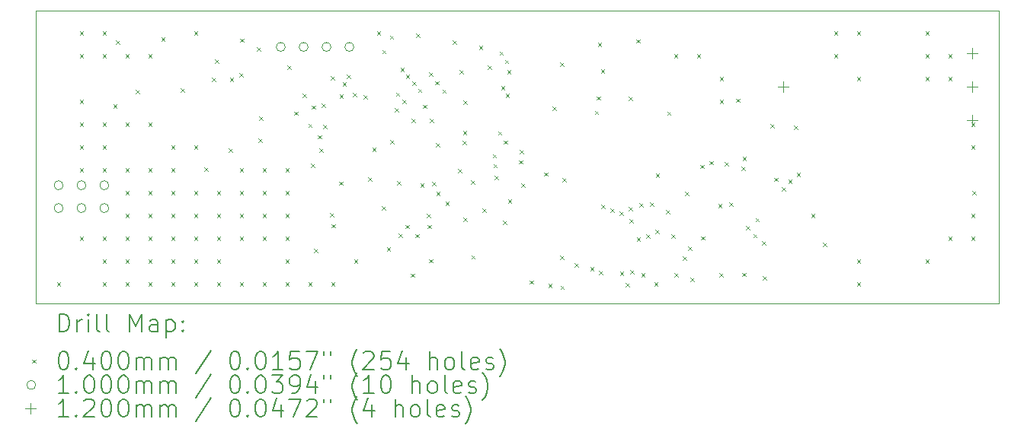
<source format=gbr>
%TF.GenerationSoftware,KiCad,Pcbnew,8.0.5*%
%TF.CreationDate,2025-03-27T16:57:49+00:00*%
%TF.ProjectId,UC_V4_4904-30028-06,55435f56-345f-4343-9930-342d33303032,rev?*%
%TF.SameCoordinates,Original*%
%TF.FileFunction,Drillmap*%
%TF.FilePolarity,Positive*%
%FSLAX45Y45*%
G04 Gerber Fmt 4.5, Leading zero omitted, Abs format (unit mm)*
G04 Created by KiCad (PCBNEW 8.0.5) date 2025-03-27 16:57:49*
%MOMM*%
%LPD*%
G01*
G04 APERTURE LIST*
%ADD10C,0.100000*%
%ADD11C,0.200000*%
%ADD12C,0.120000*%
G04 APERTURE END LIST*
D10*
X9861820Y-12074820D02*
X20561820Y-12074820D01*
X20561820Y-12074820D02*
X20561820Y-10564820D01*
X9861820Y-8814820D02*
X9861820Y-12074820D01*
X20561820Y-8814820D02*
X9861820Y-8814820D01*
X20561820Y-10564820D02*
X20561820Y-8814820D01*
D11*
D10*
X10090820Y-11837820D02*
X10130820Y-11877820D01*
X10130820Y-11837820D02*
X10090820Y-11877820D01*
X10344820Y-9043820D02*
X10384820Y-9083820D01*
X10384820Y-9043820D02*
X10344820Y-9083820D01*
X10344820Y-9297820D02*
X10384820Y-9337820D01*
X10384820Y-9297820D02*
X10344820Y-9337820D01*
X10344820Y-9805820D02*
X10384820Y-9845820D01*
X10384820Y-9805820D02*
X10344820Y-9845820D01*
X10344820Y-10059820D02*
X10384820Y-10099820D01*
X10384820Y-10059820D02*
X10344820Y-10099820D01*
X10344820Y-10313820D02*
X10384820Y-10353820D01*
X10384820Y-10313820D02*
X10344820Y-10353820D01*
X10344820Y-10567820D02*
X10384820Y-10607820D01*
X10384820Y-10567820D02*
X10344820Y-10607820D01*
X10344820Y-11329820D02*
X10384820Y-11369820D01*
X10384820Y-11329820D02*
X10344820Y-11369820D01*
X10598820Y-9043820D02*
X10638820Y-9083820D01*
X10638820Y-9043820D02*
X10598820Y-9083820D01*
X10598820Y-9297820D02*
X10638820Y-9337820D01*
X10638820Y-9297820D02*
X10598820Y-9337820D01*
X10598820Y-10059820D02*
X10638820Y-10099820D01*
X10638820Y-10059820D02*
X10598820Y-10099820D01*
X10598820Y-10313820D02*
X10638820Y-10353820D01*
X10638820Y-10313820D02*
X10598820Y-10353820D01*
X10598820Y-10567820D02*
X10638820Y-10607820D01*
X10638820Y-10567820D02*
X10598820Y-10607820D01*
X10598820Y-11329820D02*
X10638820Y-11369820D01*
X10638820Y-11329820D02*
X10598820Y-11369820D01*
X10598820Y-11583820D02*
X10638820Y-11623820D01*
X10638820Y-11583820D02*
X10598820Y-11623820D01*
X10598820Y-11837820D02*
X10638820Y-11877820D01*
X10638820Y-11837820D02*
X10598820Y-11877820D01*
X10719320Y-9859820D02*
X10759320Y-9899820D01*
X10759320Y-9859820D02*
X10719320Y-9899820D01*
X10749320Y-9147320D02*
X10789320Y-9187320D01*
X10789320Y-9147320D02*
X10749320Y-9187320D01*
X10852820Y-9297820D02*
X10892820Y-9337820D01*
X10892820Y-9297820D02*
X10852820Y-9337820D01*
X10852820Y-10059820D02*
X10892820Y-10099820D01*
X10892820Y-10059820D02*
X10852820Y-10099820D01*
X10852820Y-10567820D02*
X10892820Y-10607820D01*
X10892820Y-10567820D02*
X10852820Y-10607820D01*
X10852820Y-10821820D02*
X10892820Y-10861820D01*
X10892820Y-10821820D02*
X10852820Y-10861820D01*
X10852820Y-11075820D02*
X10892820Y-11115820D01*
X10892820Y-11075820D02*
X10852820Y-11115820D01*
X10852820Y-11329820D02*
X10892820Y-11369820D01*
X10892820Y-11329820D02*
X10852820Y-11369820D01*
X10852820Y-11583820D02*
X10892820Y-11623820D01*
X10892820Y-11583820D02*
X10852820Y-11623820D01*
X10852820Y-11837820D02*
X10892820Y-11877820D01*
X10892820Y-11837820D02*
X10852820Y-11877820D01*
X10969580Y-9698260D02*
X11009580Y-9738260D01*
X11009580Y-9698260D02*
X10969580Y-9738260D01*
X11106820Y-9297820D02*
X11146820Y-9337820D01*
X11146820Y-9297820D02*
X11106820Y-9337820D01*
X11106820Y-10059820D02*
X11146820Y-10099820D01*
X11146820Y-10059820D02*
X11106820Y-10099820D01*
X11106820Y-10567820D02*
X11146820Y-10607820D01*
X11146820Y-10567820D02*
X11106820Y-10607820D01*
X11106820Y-10821820D02*
X11146820Y-10861820D01*
X11146820Y-10821820D02*
X11106820Y-10861820D01*
X11106820Y-11075820D02*
X11146820Y-11115820D01*
X11146820Y-11075820D02*
X11106820Y-11115820D01*
X11106820Y-11329820D02*
X11146820Y-11369820D01*
X11146820Y-11329820D02*
X11106820Y-11369820D01*
X11106820Y-11583820D02*
X11146820Y-11623820D01*
X11146820Y-11583820D02*
X11106820Y-11623820D01*
X11106820Y-11837820D02*
X11146820Y-11877820D01*
X11146820Y-11837820D02*
X11106820Y-11877820D01*
X11251520Y-9114060D02*
X11291520Y-9154060D01*
X11291520Y-9114060D02*
X11251520Y-9154060D01*
X11360820Y-10313820D02*
X11400820Y-10353820D01*
X11400820Y-10313820D02*
X11360820Y-10353820D01*
X11360820Y-10567820D02*
X11400820Y-10607820D01*
X11400820Y-10567820D02*
X11360820Y-10607820D01*
X11360820Y-10821820D02*
X11400820Y-10861820D01*
X11400820Y-10821820D02*
X11360820Y-10861820D01*
X11360820Y-11075820D02*
X11400820Y-11115820D01*
X11400820Y-11075820D02*
X11360820Y-11115820D01*
X11360820Y-11329820D02*
X11400820Y-11369820D01*
X11400820Y-11329820D02*
X11360820Y-11369820D01*
X11360820Y-11583820D02*
X11400820Y-11623820D01*
X11400820Y-11583820D02*
X11360820Y-11623820D01*
X11360820Y-11837820D02*
X11400820Y-11877820D01*
X11400820Y-11837820D02*
X11360820Y-11877820D01*
X11469180Y-9683960D02*
X11509180Y-9723960D01*
X11509180Y-9683960D02*
X11469180Y-9723960D01*
X11614820Y-9043820D02*
X11654820Y-9083820D01*
X11654820Y-9043820D02*
X11614820Y-9083820D01*
X11614820Y-10313820D02*
X11654820Y-10353820D01*
X11654820Y-10313820D02*
X11614820Y-10353820D01*
X11614820Y-10821820D02*
X11654820Y-10861820D01*
X11654820Y-10821820D02*
X11614820Y-10861820D01*
X11614820Y-11075820D02*
X11654820Y-11115820D01*
X11654820Y-11075820D02*
X11614820Y-11115820D01*
X11614820Y-11329820D02*
X11654820Y-11369820D01*
X11654820Y-11329820D02*
X11614820Y-11369820D01*
X11614820Y-11583820D02*
X11654820Y-11623820D01*
X11654820Y-11583820D02*
X11614820Y-11623820D01*
X11614820Y-11837820D02*
X11654820Y-11877820D01*
X11654820Y-11837820D02*
X11614820Y-11877820D01*
X11731580Y-10561860D02*
X11771580Y-10601860D01*
X11771580Y-10561860D02*
X11731580Y-10601860D01*
X11812860Y-9563640D02*
X11852860Y-9603640D01*
X11852860Y-9563640D02*
X11812860Y-9603640D01*
X11849320Y-9359820D02*
X11889320Y-9399820D01*
X11889320Y-9359820D02*
X11849320Y-9399820D01*
X11868820Y-10821820D02*
X11908820Y-10861820D01*
X11908820Y-10821820D02*
X11868820Y-10861820D01*
X11868820Y-11075820D02*
X11908820Y-11115820D01*
X11908820Y-11075820D02*
X11868820Y-11115820D01*
X11868820Y-11329820D02*
X11908820Y-11369820D01*
X11908820Y-11329820D02*
X11868820Y-11369820D01*
X11868820Y-11583820D02*
X11908820Y-11623820D01*
X11908820Y-11583820D02*
X11868820Y-11623820D01*
X11868820Y-11837820D02*
X11908820Y-11877820D01*
X11908820Y-11837820D02*
X11868820Y-11877820D01*
X11998280Y-10348500D02*
X12038280Y-10388500D01*
X12038280Y-10348500D02*
X11998280Y-10388500D01*
X12014320Y-9560250D02*
X12054320Y-9600250D01*
X12054320Y-9560250D02*
X12014320Y-9600250D01*
X12116820Y-9509820D02*
X12156820Y-9549820D01*
X12156820Y-9509820D02*
X12116820Y-9549820D01*
X12122820Y-10567820D02*
X12162820Y-10607820D01*
X12162820Y-10567820D02*
X12122820Y-10607820D01*
X12122820Y-10821820D02*
X12162820Y-10861820D01*
X12162820Y-10821820D02*
X12122820Y-10861820D01*
X12122820Y-11075820D02*
X12162820Y-11115820D01*
X12162820Y-11075820D02*
X12122820Y-11115820D01*
X12122820Y-11329820D02*
X12162820Y-11369820D01*
X12162820Y-11329820D02*
X12122820Y-11369820D01*
X12122820Y-11837820D02*
X12162820Y-11877820D01*
X12162820Y-11837820D02*
X12122820Y-11877820D01*
X12127820Y-9126760D02*
X12167820Y-9166760D01*
X12167820Y-9126760D02*
X12127820Y-9166760D01*
X12311820Y-9224820D02*
X12351820Y-9264820D01*
X12351820Y-9224820D02*
X12311820Y-9264820D01*
X12329320Y-10239820D02*
X12369320Y-10279820D01*
X12369320Y-10239820D02*
X12329320Y-10279820D01*
X12336820Y-9992320D02*
X12376820Y-10032320D01*
X12376820Y-9992320D02*
X12336820Y-10032320D01*
X12376820Y-10567820D02*
X12416820Y-10607820D01*
X12416820Y-10567820D02*
X12376820Y-10607820D01*
X12376820Y-10821820D02*
X12416820Y-10861820D01*
X12416820Y-10821820D02*
X12376820Y-10861820D01*
X12376820Y-11075820D02*
X12416820Y-11115820D01*
X12416820Y-11075820D02*
X12376820Y-11115820D01*
X12376820Y-11329820D02*
X12416820Y-11369820D01*
X12416820Y-11329820D02*
X12376820Y-11369820D01*
X12376820Y-11837820D02*
X12416820Y-11877820D01*
X12416820Y-11837820D02*
X12376820Y-11877820D01*
X12630820Y-10567820D02*
X12670820Y-10607820D01*
X12670820Y-10567820D02*
X12630820Y-10607820D01*
X12630820Y-10821820D02*
X12670820Y-10861820D01*
X12670820Y-10821820D02*
X12630820Y-10861820D01*
X12630820Y-11075820D02*
X12670820Y-11115820D01*
X12670820Y-11075820D02*
X12630820Y-11115820D01*
X12630820Y-11329820D02*
X12670820Y-11369820D01*
X12670820Y-11329820D02*
X12630820Y-11369820D01*
X12630820Y-11583820D02*
X12670820Y-11623820D01*
X12670820Y-11583820D02*
X12630820Y-11623820D01*
X12630820Y-11837820D02*
X12670820Y-11877820D01*
X12670820Y-11837820D02*
X12630820Y-11877820D01*
X12652820Y-9427420D02*
X12692820Y-9467420D01*
X12692820Y-9427420D02*
X12652820Y-9467420D01*
X12729020Y-9940500D02*
X12769020Y-9980500D01*
X12769020Y-9940500D02*
X12729020Y-9980500D01*
X12824320Y-9742320D02*
X12864320Y-9782320D01*
X12864320Y-9742320D02*
X12824320Y-9782320D01*
X12884820Y-11837820D02*
X12924820Y-11877820D01*
X12924820Y-11837820D02*
X12884820Y-11877820D01*
X12886500Y-10075120D02*
X12926500Y-10115120D01*
X12926500Y-10075120D02*
X12886500Y-10115120D01*
X12915220Y-10521220D02*
X12955220Y-10561220D01*
X12955220Y-10521220D02*
X12915220Y-10561220D01*
X12925801Y-9871301D02*
X12965801Y-9911301D01*
X12965801Y-9871301D02*
X12925801Y-9911301D01*
X12947820Y-11468820D02*
X12987820Y-11508820D01*
X12987820Y-11468820D02*
X12947820Y-11508820D01*
X12993960Y-10201180D02*
X13033960Y-10241180D01*
X13033960Y-10201180D02*
X12993960Y-10241180D01*
X13010960Y-10349440D02*
X13050960Y-10389440D01*
X13050960Y-10349440D02*
X13010960Y-10389440D01*
X13033820Y-9851600D02*
X13073820Y-9891600D01*
X13073820Y-9851600D02*
X13033820Y-9891600D01*
X13051600Y-10085280D02*
X13091600Y-10125280D01*
X13091600Y-10085280D02*
X13051600Y-10125280D01*
X13124420Y-11068820D02*
X13164420Y-11108820D01*
X13164420Y-11068820D02*
X13124420Y-11108820D01*
X13132880Y-9544260D02*
X13172880Y-9584260D01*
X13172880Y-9544260D02*
X13132880Y-9584260D01*
X13138820Y-11837820D02*
X13178820Y-11877820D01*
X13178820Y-11837820D02*
X13138820Y-11877820D01*
X13143820Y-11191780D02*
X13183820Y-11231780D01*
X13183820Y-11191780D02*
X13143820Y-11231780D01*
X13225820Y-10717820D02*
X13265820Y-10757820D01*
X13265820Y-10717820D02*
X13225820Y-10757820D01*
X13232839Y-9750226D02*
X13272839Y-9790226D01*
X13272839Y-9750226D02*
X13232839Y-9790226D01*
X13267500Y-9615380D02*
X13307500Y-9655380D01*
X13307500Y-9615380D02*
X13267500Y-9655380D01*
X13310680Y-9531560D02*
X13350680Y-9571560D01*
X13350680Y-9531560D02*
X13310680Y-9571560D01*
X13381800Y-9734760D02*
X13421800Y-9774760D01*
X13421800Y-9734760D02*
X13381800Y-9774760D01*
X13392820Y-11583820D02*
X13432820Y-11623820D01*
X13432820Y-11583820D02*
X13392820Y-11623820D01*
X13499420Y-9756680D02*
X13539420Y-9796680D01*
X13539420Y-9756680D02*
X13499420Y-9796680D01*
X13547680Y-10671080D02*
X13587680Y-10711080D01*
X13587680Y-10671080D02*
X13547680Y-10711080D01*
X13597700Y-10344360D02*
X13637700Y-10384360D01*
X13637700Y-10344360D02*
X13597700Y-10384360D01*
X13646820Y-9043820D02*
X13686820Y-9083820D01*
X13686820Y-9043820D02*
X13646820Y-9083820D01*
X13705820Y-10990820D02*
X13745820Y-11030820D01*
X13745820Y-10990820D02*
X13705820Y-11030820D01*
X13706920Y-9254700D02*
X13746920Y-9294700D01*
X13746920Y-9254700D02*
X13706920Y-9294700D01*
X13758500Y-11450860D02*
X13798500Y-11490860D01*
X13798500Y-11450860D02*
X13758500Y-11490860D01*
X13790740Y-9092140D02*
X13830740Y-9132140D01*
X13830740Y-9092140D02*
X13790740Y-9132140D01*
X13796600Y-10257060D02*
X13836600Y-10297060D01*
X13836600Y-10257060D02*
X13796600Y-10297060D01*
X13844860Y-9904000D02*
X13884860Y-9944000D01*
X13884860Y-9904000D02*
X13844860Y-9944000D01*
X13859614Y-9726846D02*
X13899614Y-9766846D01*
X13899614Y-9726846D02*
X13859614Y-9766846D01*
X13869320Y-10714820D02*
X13909320Y-10754820D01*
X13909320Y-10714820D02*
X13869320Y-10754820D01*
X13887820Y-11296820D02*
X13927820Y-11336820D01*
X13927820Y-11296820D02*
X13887820Y-11336820D01*
X13910120Y-9450280D02*
X13950120Y-9490280D01*
X13950120Y-9450280D02*
X13910120Y-9490280D01*
X13930123Y-9808333D02*
X13970123Y-9848333D01*
X13970123Y-9808333D02*
X13930123Y-9848333D01*
X13963820Y-11200820D02*
X14003820Y-11240820D01*
X14003820Y-11200820D02*
X13963820Y-11240820D01*
X13968540Y-9529020D02*
X14008540Y-9569020D01*
X14008540Y-9529020D02*
X13968540Y-9569020D01*
X14022820Y-11742820D02*
X14062820Y-11782820D01*
X14062820Y-11742820D02*
X14022820Y-11782820D01*
X14032040Y-10021780D02*
X14072040Y-10061780D01*
X14072040Y-10021780D02*
X14032040Y-10061780D01*
X14040440Y-9604280D02*
X14080440Y-9644280D01*
X14080440Y-9604280D02*
X14040440Y-9644280D01*
X14077820Y-11301820D02*
X14117820Y-11341820D01*
X14117820Y-11301820D02*
X14077820Y-11341820D01*
X14081820Y-9069820D02*
X14121820Y-9109820D01*
X14121820Y-9069820D02*
X14081820Y-9109820D01*
X14103940Y-9685560D02*
X14143940Y-9725560D01*
X14143940Y-9685560D02*
X14103940Y-9725560D01*
X14129340Y-10739660D02*
X14169340Y-10779660D01*
X14169340Y-10739660D02*
X14129340Y-10779660D01*
X14159040Y-9864300D02*
X14199040Y-9904300D01*
X14199040Y-9864300D02*
X14159040Y-9904300D01*
X14199820Y-11076820D02*
X14239820Y-11116820D01*
X14239820Y-11076820D02*
X14199820Y-11116820D01*
X14213160Y-11201940D02*
X14253160Y-11241940D01*
X14253160Y-11201940D02*
X14213160Y-11241940D01*
X14227620Y-9501080D02*
X14267620Y-9541080D01*
X14267620Y-9501080D02*
X14227620Y-9541080D01*
X14230820Y-11582820D02*
X14270820Y-11622820D01*
X14270820Y-11582820D02*
X14230820Y-11622820D01*
X14237780Y-10019240D02*
X14277780Y-10059240D01*
X14277780Y-10019240D02*
X14237780Y-10059240D01*
X14261420Y-10724420D02*
X14301420Y-10764420D01*
X14301420Y-10724420D02*
X14261420Y-10764420D01*
X14296200Y-9600140D02*
X14336200Y-9640140D01*
X14336200Y-9600140D02*
X14296200Y-9640140D01*
X14301280Y-10293560D02*
X14341280Y-10333560D01*
X14341280Y-10293560D02*
X14301280Y-10333560D01*
X14307140Y-10833640D02*
X14347140Y-10873640D01*
X14347140Y-10833640D02*
X14307140Y-10873640D01*
X14374940Y-9694120D02*
X14414940Y-9734120D01*
X14414940Y-9694120D02*
X14374940Y-9734120D01*
X14408820Y-10943820D02*
X14448820Y-10983820D01*
X14448820Y-10943820D02*
X14408820Y-10983820D01*
X14492560Y-9147080D02*
X14532560Y-9187080D01*
X14532560Y-9147080D02*
X14492560Y-9187080D01*
X14550980Y-10581600D02*
X14590980Y-10621600D01*
X14590980Y-10581600D02*
X14550980Y-10621600D01*
X14565440Y-9475680D02*
X14605440Y-9515680D01*
X14605440Y-9475680D02*
X14565440Y-9515680D01*
X14598460Y-10265620D02*
X14638460Y-10305620D01*
X14638460Y-10265620D02*
X14598460Y-10305620D01*
X14603540Y-10153860D02*
X14643540Y-10193860D01*
X14643540Y-10153860D02*
X14603540Y-10193860D01*
X14606820Y-11118820D02*
X14646820Y-11158820D01*
X14646820Y-11118820D02*
X14606820Y-11158820D01*
X14608620Y-9818580D02*
X14648620Y-9858580D01*
X14648620Y-9818580D02*
X14608620Y-9858580D01*
X14692820Y-10704820D02*
X14732820Y-10744820D01*
X14732820Y-10704820D02*
X14692820Y-10744820D01*
X14698300Y-11539760D02*
X14738300Y-11579760D01*
X14738300Y-11539760D02*
X14698300Y-11579760D01*
X14781340Y-9208980D02*
X14821340Y-9248980D01*
X14821340Y-9208980D02*
X14781340Y-9248980D01*
X14817820Y-11018820D02*
X14857820Y-11058820D01*
X14857820Y-11018820D02*
X14817820Y-11058820D01*
X14877860Y-9429960D02*
X14917860Y-9469960D01*
X14917860Y-9429960D02*
X14877860Y-9469960D01*
X14935820Y-10413820D02*
X14975820Y-10453820D01*
X14975820Y-10413820D02*
X14935820Y-10453820D01*
X14942140Y-10523760D02*
X14982140Y-10563760D01*
X14982140Y-10523760D02*
X14942140Y-10563760D01*
X14953820Y-10652820D02*
X14993820Y-10692820D01*
X14993820Y-10652820D02*
X14953820Y-10692820D01*
X14994700Y-10158940D02*
X15034700Y-10198940D01*
X15034700Y-10158940D02*
X14994700Y-10198940D01*
X15011820Y-9269820D02*
X15051820Y-9309820D01*
X15051820Y-9269820D02*
X15011820Y-9309820D01*
X15027720Y-9653480D02*
X15067720Y-9693480D01*
X15067720Y-9653480D02*
X15027720Y-9693480D01*
X15048820Y-11153680D02*
X15088820Y-11193680D01*
X15088820Y-11153680D02*
X15048820Y-11193680D01*
X15055660Y-10260540D02*
X15095660Y-10300540D01*
X15095660Y-10260540D02*
X15055660Y-10300540D01*
X15069140Y-9362980D02*
X15109140Y-9402980D01*
X15109140Y-9362980D02*
X15069140Y-9402980D01*
X15079300Y-9741440D02*
X15119300Y-9781440D01*
X15119300Y-9741440D02*
X15079300Y-9781440D01*
X15094540Y-9477280D02*
X15134540Y-9517280D01*
X15134540Y-9477280D02*
X15094540Y-9517280D01*
X15104700Y-10914920D02*
X15144700Y-10954920D01*
X15144700Y-10914920D02*
X15104700Y-10954920D01*
X15229820Y-10481820D02*
X15269820Y-10521820D01*
X15269820Y-10481820D02*
X15229820Y-10521820D01*
X15236820Y-10369820D02*
X15276820Y-10409820D01*
X15276820Y-10369820D02*
X15236820Y-10409820D01*
X15252820Y-10740820D02*
X15292820Y-10780820D01*
X15292820Y-10740820D02*
X15252820Y-10780820D01*
X15346820Y-11818270D02*
X15386820Y-11858270D01*
X15386820Y-11818270D02*
X15346820Y-11858270D01*
X15507820Y-10615820D02*
X15547820Y-10655820D01*
X15547820Y-10615820D02*
X15507820Y-10655820D01*
X15552820Y-11859820D02*
X15592820Y-11899820D01*
X15592820Y-11859820D02*
X15552820Y-11899820D01*
X15596680Y-9887160D02*
X15636680Y-9927160D01*
X15636680Y-9887160D02*
X15596680Y-9927160D01*
X15683040Y-9391860D02*
X15723040Y-9431860D01*
X15723040Y-9391860D02*
X15683040Y-9431860D01*
X15686820Y-11546820D02*
X15726820Y-11586820D01*
X15726820Y-11546820D02*
X15686820Y-11586820D01*
X15688820Y-11877820D02*
X15728820Y-11917820D01*
X15728820Y-11877820D02*
X15688820Y-11917820D01*
X15706680Y-10681240D02*
X15746680Y-10721240D01*
X15746680Y-10681240D02*
X15706680Y-10721240D01*
X15843840Y-11628660D02*
X15883840Y-11668660D01*
X15883840Y-11628660D02*
X15843840Y-11668660D01*
X16018820Y-11673820D02*
X16058820Y-11713820D01*
X16058820Y-11673820D02*
X16018820Y-11713820D01*
X16069900Y-9931940D02*
X16109900Y-9971940D01*
X16109900Y-9931940D02*
X16069900Y-9971940D01*
X16091980Y-9770320D02*
X16131980Y-9810320D01*
X16131980Y-9770320D02*
X16091980Y-9810320D01*
X16102920Y-9175020D02*
X16142920Y-9215020D01*
X16142920Y-9175020D02*
X16102920Y-9215020D01*
X16118820Y-11711820D02*
X16158820Y-11751820D01*
X16158820Y-11711820D02*
X16118820Y-11751820D01*
X16136820Y-9469820D02*
X16176820Y-9509820D01*
X16176820Y-9469820D02*
X16136820Y-9509820D01*
X16143820Y-10976820D02*
X16183820Y-11016820D01*
X16183820Y-10976820D02*
X16143820Y-11016820D01*
X16240820Y-11016820D02*
X16280820Y-11056820D01*
X16280820Y-11016820D02*
X16240820Y-11056820D01*
X16346820Y-11051820D02*
X16386820Y-11091820D01*
X16386820Y-11051820D02*
X16346820Y-11091820D01*
X16348820Y-11721820D02*
X16388820Y-11761820D01*
X16388820Y-11721820D02*
X16348820Y-11761820D01*
X16410260Y-11847100D02*
X16450260Y-11887100D01*
X16450260Y-11847100D02*
X16410260Y-11887100D01*
X16448360Y-11001280D02*
X16488360Y-11041280D01*
X16488360Y-11001280D02*
X16448360Y-11041280D01*
X16448620Y-9775850D02*
X16488620Y-9815850D01*
X16488620Y-9775850D02*
X16448620Y-9815850D01*
X16455980Y-11138440D02*
X16495980Y-11178440D01*
X16495980Y-11138440D02*
X16455980Y-11178440D01*
X16464820Y-11702820D02*
X16504820Y-11742820D01*
X16504820Y-11702820D02*
X16464820Y-11742820D01*
X16531820Y-9134820D02*
X16571820Y-9174820D01*
X16571820Y-9134820D02*
X16531820Y-9174820D01*
X16535820Y-11341820D02*
X16575820Y-11381820D01*
X16575820Y-11341820D02*
X16535820Y-11381820D01*
X16564820Y-10958820D02*
X16604820Y-10998820D01*
X16604820Y-10958820D02*
X16564820Y-10998820D01*
X16585520Y-11737880D02*
X16625520Y-11777880D01*
X16625520Y-11737880D02*
X16585520Y-11777880D01*
X16637820Y-11307820D02*
X16677820Y-11347820D01*
X16677820Y-11307820D02*
X16637820Y-11347820D01*
X16682820Y-10952820D02*
X16722820Y-10992820D01*
X16722820Y-10952820D02*
X16682820Y-10992820D01*
X16730300Y-11839480D02*
X16770300Y-11879480D01*
X16770300Y-11839480D02*
X16730300Y-11879480D01*
X16739820Y-11258820D02*
X16779820Y-11298820D01*
X16779820Y-11258820D02*
X16739820Y-11298820D01*
X16745540Y-10627900D02*
X16785540Y-10667900D01*
X16785540Y-10627900D02*
X16745540Y-10667900D01*
X16862380Y-11036840D02*
X16902380Y-11076840D01*
X16902380Y-11036840D02*
X16862380Y-11076840D01*
X16872540Y-9939560D02*
X16912540Y-9979560D01*
X16912540Y-9939560D02*
X16872540Y-9979560D01*
X16918260Y-11308620D02*
X16958260Y-11348620D01*
X16958260Y-11308620D02*
X16918260Y-11348620D01*
X16948820Y-9297820D02*
X16988820Y-9337820D01*
X16988820Y-9297820D02*
X16948820Y-9337820D01*
X16953820Y-11740420D02*
X16993820Y-11780420D01*
X16993820Y-11740420D02*
X16953820Y-11780420D01*
X17045260Y-11549920D02*
X17085260Y-11589920D01*
X17085260Y-11549920D02*
X17045260Y-11589920D01*
X17073820Y-10833820D02*
X17113820Y-10873820D01*
X17113820Y-10833820D02*
X17073820Y-10873820D01*
X17108760Y-11440700D02*
X17148760Y-11480700D01*
X17148760Y-11440700D02*
X17108760Y-11480700D01*
X17129080Y-11788680D02*
X17169080Y-11828680D01*
X17169080Y-11788680D02*
X17129080Y-11828680D01*
X17202820Y-9297820D02*
X17242820Y-9337820D01*
X17242820Y-9297820D02*
X17202820Y-9337820D01*
X17240820Y-10531820D02*
X17280820Y-10571820D01*
X17280820Y-10531820D02*
X17240820Y-10571820D01*
X17247820Y-11327820D02*
X17287820Y-11367820D01*
X17287820Y-11327820D02*
X17247820Y-11367820D01*
X17345820Y-10490820D02*
X17385820Y-10530820D01*
X17385820Y-10490820D02*
X17345820Y-10530820D01*
X17440820Y-10970820D02*
X17480820Y-11010820D01*
X17480820Y-10970820D02*
X17440820Y-11010820D01*
X17454200Y-11737880D02*
X17494200Y-11777880D01*
X17494200Y-11737880D02*
X17454200Y-11777880D01*
X17456820Y-9551820D02*
X17496820Y-9591820D01*
X17496820Y-9551820D02*
X17456820Y-9591820D01*
X17456820Y-9805820D02*
X17496820Y-9845820D01*
X17496820Y-9805820D02*
X17456820Y-9845820D01*
X17512820Y-10500820D02*
X17552820Y-10540820D01*
X17552820Y-10500820D02*
X17512820Y-10540820D01*
X17560820Y-10950820D02*
X17600820Y-10990820D01*
X17600820Y-10950820D02*
X17560820Y-10990820D01*
X17641820Y-9794820D02*
X17681820Y-9834820D01*
X17681820Y-9794820D02*
X17641820Y-9834820D01*
X17697820Y-10552820D02*
X17737820Y-10592820D01*
X17737820Y-10552820D02*
X17697820Y-10592820D01*
X17708200Y-11735340D02*
X17748200Y-11775340D01*
X17748200Y-11735340D02*
X17708200Y-11775340D01*
X17710820Y-10441820D02*
X17750820Y-10481820D01*
X17750820Y-10441820D02*
X17710820Y-10481820D01*
X17749820Y-11214820D02*
X17789820Y-11254820D01*
X17789820Y-11214820D02*
X17749820Y-11254820D01*
X17830820Y-11302820D02*
X17870820Y-11342820D01*
X17870820Y-11302820D02*
X17830820Y-11342820D01*
X17856820Y-11123820D02*
X17896820Y-11163820D01*
X17896820Y-11123820D02*
X17856820Y-11163820D01*
X17929820Y-11381820D02*
X17969820Y-11421820D01*
X17969820Y-11381820D02*
X17929820Y-11421820D01*
X17934260Y-11770900D02*
X17974260Y-11810900D01*
X17974260Y-11770900D02*
X17934260Y-11810900D01*
X18019820Y-10076820D02*
X18059820Y-10116820D01*
X18059820Y-10076820D02*
X18019820Y-10116820D01*
X18063820Y-10676820D02*
X18103820Y-10716820D01*
X18103820Y-10676820D02*
X18063820Y-10716820D01*
X18147820Y-10782820D02*
X18187820Y-10822820D01*
X18187820Y-10782820D02*
X18147820Y-10822820D01*
X18218820Y-10696820D02*
X18258820Y-10736820D01*
X18258820Y-10696820D02*
X18218820Y-10736820D01*
X18280820Y-10098820D02*
X18320820Y-10138820D01*
X18320820Y-10098820D02*
X18280820Y-10138820D01*
X18311820Y-10622820D02*
X18351820Y-10662820D01*
X18351820Y-10622820D02*
X18311820Y-10662820D01*
X18472820Y-11075820D02*
X18512820Y-11115820D01*
X18512820Y-11075820D02*
X18472820Y-11115820D01*
X18604820Y-11397520D02*
X18644820Y-11437520D01*
X18644820Y-11397520D02*
X18604820Y-11437520D01*
X18726820Y-9043820D02*
X18766820Y-9083820D01*
X18766820Y-9043820D02*
X18726820Y-9083820D01*
X18726820Y-9297820D02*
X18766820Y-9337820D01*
X18766820Y-9297820D02*
X18726820Y-9337820D01*
X18980820Y-9043820D02*
X19020820Y-9083820D01*
X19020820Y-9043820D02*
X18980820Y-9083820D01*
X18980820Y-9551820D02*
X19020820Y-9591820D01*
X19020820Y-9551820D02*
X18980820Y-9591820D01*
X18980820Y-11583820D02*
X19020820Y-11623820D01*
X19020820Y-11583820D02*
X18980820Y-11623820D01*
X18980820Y-11837820D02*
X19020820Y-11877820D01*
X19020820Y-11837820D02*
X18980820Y-11877820D01*
X19742820Y-9043820D02*
X19782820Y-9083820D01*
X19782820Y-9043820D02*
X19742820Y-9083820D01*
X19742820Y-9297820D02*
X19782820Y-9337820D01*
X19782820Y-9297820D02*
X19742820Y-9337820D01*
X19742820Y-9551820D02*
X19782820Y-9591820D01*
X19782820Y-9551820D02*
X19742820Y-9591820D01*
X19742820Y-11583820D02*
X19782820Y-11623820D01*
X19782820Y-11583820D02*
X19742820Y-11623820D01*
X19996820Y-9297820D02*
X20036820Y-9337820D01*
X20036820Y-9297820D02*
X19996820Y-9337820D01*
X19996820Y-9551820D02*
X20036820Y-9591820D01*
X20036820Y-9551820D02*
X19996820Y-9591820D01*
X19996820Y-11329820D02*
X20036820Y-11369820D01*
X20036820Y-11329820D02*
X19996820Y-11369820D01*
X20250820Y-10059820D02*
X20290820Y-10099820D01*
X20290820Y-10059820D02*
X20250820Y-10099820D01*
X20250820Y-10313820D02*
X20290820Y-10353820D01*
X20290820Y-10313820D02*
X20250820Y-10353820D01*
X20250820Y-11075820D02*
X20290820Y-11115820D01*
X20290820Y-11075820D02*
X20250820Y-11115820D01*
X20250820Y-11329820D02*
X20290820Y-11369820D01*
X20290820Y-11329820D02*
X20250820Y-11369820D01*
X20261820Y-10824820D02*
X20301820Y-10864820D01*
X20301820Y-10824820D02*
X20261820Y-10864820D01*
X10160820Y-10760820D02*
G75*
G02*
X10060820Y-10760820I-50000J0D01*
G01*
X10060820Y-10760820D02*
G75*
G02*
X10160820Y-10760820I50000J0D01*
G01*
X10160820Y-11014820D02*
G75*
G02*
X10060820Y-11014820I-50000J0D01*
G01*
X10060820Y-11014820D02*
G75*
G02*
X10160820Y-11014820I50000J0D01*
G01*
X10414820Y-10760820D02*
G75*
G02*
X10314820Y-10760820I-50000J0D01*
G01*
X10314820Y-10760820D02*
G75*
G02*
X10414820Y-10760820I50000J0D01*
G01*
X10414820Y-11014820D02*
G75*
G02*
X10314820Y-11014820I-50000J0D01*
G01*
X10314820Y-11014820D02*
G75*
G02*
X10414820Y-11014820I50000J0D01*
G01*
X10668820Y-10760820D02*
G75*
G02*
X10568820Y-10760820I-50000J0D01*
G01*
X10568820Y-10760820D02*
G75*
G02*
X10668820Y-10760820I50000J0D01*
G01*
X10668820Y-11014820D02*
G75*
G02*
X10568820Y-11014820I-50000J0D01*
G01*
X10568820Y-11014820D02*
G75*
G02*
X10668820Y-11014820I50000J0D01*
G01*
X12629820Y-9219820D02*
G75*
G02*
X12529820Y-9219820I-50000J0D01*
G01*
X12529820Y-9219820D02*
G75*
G02*
X12629820Y-9219820I50000J0D01*
G01*
X12883820Y-9219820D02*
G75*
G02*
X12783820Y-9219820I-50000J0D01*
G01*
X12783820Y-9219820D02*
G75*
G02*
X12883820Y-9219820I50000J0D01*
G01*
X13137820Y-9219820D02*
G75*
G02*
X13037820Y-9219820I-50000J0D01*
G01*
X13037820Y-9219820D02*
G75*
G02*
X13137820Y-9219820I50000J0D01*
G01*
X13391820Y-9219820D02*
G75*
G02*
X13291820Y-9219820I-50000J0D01*
G01*
X13291820Y-9219820D02*
G75*
G02*
X13391820Y-9219820I50000J0D01*
G01*
D12*
X18161820Y-9604820D02*
X18161820Y-9724820D01*
X18101820Y-9664820D02*
X18221820Y-9664820D01*
X20261820Y-9229820D02*
X20261820Y-9349820D01*
X20201820Y-9289820D02*
X20321820Y-9289820D01*
X20261820Y-9604820D02*
X20261820Y-9724820D01*
X20201820Y-9664820D02*
X20321820Y-9664820D01*
X20261820Y-9979820D02*
X20261820Y-10099820D01*
X20201820Y-10039820D02*
X20321820Y-10039820D01*
D11*
X10117597Y-12391304D02*
X10117597Y-12191304D01*
X10117597Y-12191304D02*
X10165216Y-12191304D01*
X10165216Y-12191304D02*
X10193787Y-12200828D01*
X10193787Y-12200828D02*
X10212835Y-12219875D01*
X10212835Y-12219875D02*
X10222359Y-12238923D01*
X10222359Y-12238923D02*
X10231883Y-12277018D01*
X10231883Y-12277018D02*
X10231883Y-12305589D01*
X10231883Y-12305589D02*
X10222359Y-12343685D01*
X10222359Y-12343685D02*
X10212835Y-12362732D01*
X10212835Y-12362732D02*
X10193787Y-12381780D01*
X10193787Y-12381780D02*
X10165216Y-12391304D01*
X10165216Y-12391304D02*
X10117597Y-12391304D01*
X10317597Y-12391304D02*
X10317597Y-12257970D01*
X10317597Y-12296066D02*
X10327121Y-12277018D01*
X10327121Y-12277018D02*
X10336644Y-12267494D01*
X10336644Y-12267494D02*
X10355692Y-12257970D01*
X10355692Y-12257970D02*
X10374740Y-12257970D01*
X10441406Y-12391304D02*
X10441406Y-12257970D01*
X10441406Y-12191304D02*
X10431883Y-12200828D01*
X10431883Y-12200828D02*
X10441406Y-12210351D01*
X10441406Y-12210351D02*
X10450930Y-12200828D01*
X10450930Y-12200828D02*
X10441406Y-12191304D01*
X10441406Y-12191304D02*
X10441406Y-12210351D01*
X10565216Y-12391304D02*
X10546168Y-12381780D01*
X10546168Y-12381780D02*
X10536644Y-12362732D01*
X10536644Y-12362732D02*
X10536644Y-12191304D01*
X10669978Y-12391304D02*
X10650930Y-12381780D01*
X10650930Y-12381780D02*
X10641406Y-12362732D01*
X10641406Y-12362732D02*
X10641406Y-12191304D01*
X10898549Y-12391304D02*
X10898549Y-12191304D01*
X10898549Y-12191304D02*
X10965216Y-12334161D01*
X10965216Y-12334161D02*
X11031883Y-12191304D01*
X11031883Y-12191304D02*
X11031883Y-12391304D01*
X11212835Y-12391304D02*
X11212835Y-12286542D01*
X11212835Y-12286542D02*
X11203311Y-12267494D01*
X11203311Y-12267494D02*
X11184264Y-12257970D01*
X11184264Y-12257970D02*
X11146168Y-12257970D01*
X11146168Y-12257970D02*
X11127121Y-12267494D01*
X11212835Y-12381780D02*
X11193787Y-12391304D01*
X11193787Y-12391304D02*
X11146168Y-12391304D01*
X11146168Y-12391304D02*
X11127121Y-12381780D01*
X11127121Y-12381780D02*
X11117597Y-12362732D01*
X11117597Y-12362732D02*
X11117597Y-12343685D01*
X11117597Y-12343685D02*
X11127121Y-12324637D01*
X11127121Y-12324637D02*
X11146168Y-12315113D01*
X11146168Y-12315113D02*
X11193787Y-12315113D01*
X11193787Y-12315113D02*
X11212835Y-12305589D01*
X11308073Y-12257970D02*
X11308073Y-12457970D01*
X11308073Y-12267494D02*
X11327121Y-12257970D01*
X11327121Y-12257970D02*
X11365216Y-12257970D01*
X11365216Y-12257970D02*
X11384263Y-12267494D01*
X11384263Y-12267494D02*
X11393787Y-12277018D01*
X11393787Y-12277018D02*
X11403311Y-12296066D01*
X11403311Y-12296066D02*
X11403311Y-12353208D01*
X11403311Y-12353208D02*
X11393787Y-12372256D01*
X11393787Y-12372256D02*
X11384263Y-12381780D01*
X11384263Y-12381780D02*
X11365216Y-12391304D01*
X11365216Y-12391304D02*
X11327121Y-12391304D01*
X11327121Y-12391304D02*
X11308073Y-12381780D01*
X11489025Y-12372256D02*
X11498549Y-12381780D01*
X11498549Y-12381780D02*
X11489025Y-12391304D01*
X11489025Y-12391304D02*
X11479502Y-12381780D01*
X11479502Y-12381780D02*
X11489025Y-12372256D01*
X11489025Y-12372256D02*
X11489025Y-12391304D01*
X11489025Y-12267494D02*
X11498549Y-12277018D01*
X11498549Y-12277018D02*
X11489025Y-12286542D01*
X11489025Y-12286542D02*
X11479502Y-12277018D01*
X11479502Y-12277018D02*
X11489025Y-12267494D01*
X11489025Y-12267494D02*
X11489025Y-12286542D01*
D10*
X9816820Y-12699820D02*
X9856820Y-12739820D01*
X9856820Y-12699820D02*
X9816820Y-12739820D01*
D11*
X10155692Y-12611304D02*
X10174740Y-12611304D01*
X10174740Y-12611304D02*
X10193787Y-12620828D01*
X10193787Y-12620828D02*
X10203311Y-12630351D01*
X10203311Y-12630351D02*
X10212835Y-12649399D01*
X10212835Y-12649399D02*
X10222359Y-12687494D01*
X10222359Y-12687494D02*
X10222359Y-12735113D01*
X10222359Y-12735113D02*
X10212835Y-12773208D01*
X10212835Y-12773208D02*
X10203311Y-12792256D01*
X10203311Y-12792256D02*
X10193787Y-12801780D01*
X10193787Y-12801780D02*
X10174740Y-12811304D01*
X10174740Y-12811304D02*
X10155692Y-12811304D01*
X10155692Y-12811304D02*
X10136644Y-12801780D01*
X10136644Y-12801780D02*
X10127121Y-12792256D01*
X10127121Y-12792256D02*
X10117597Y-12773208D01*
X10117597Y-12773208D02*
X10108073Y-12735113D01*
X10108073Y-12735113D02*
X10108073Y-12687494D01*
X10108073Y-12687494D02*
X10117597Y-12649399D01*
X10117597Y-12649399D02*
X10127121Y-12630351D01*
X10127121Y-12630351D02*
X10136644Y-12620828D01*
X10136644Y-12620828D02*
X10155692Y-12611304D01*
X10308073Y-12792256D02*
X10317597Y-12801780D01*
X10317597Y-12801780D02*
X10308073Y-12811304D01*
X10308073Y-12811304D02*
X10298549Y-12801780D01*
X10298549Y-12801780D02*
X10308073Y-12792256D01*
X10308073Y-12792256D02*
X10308073Y-12811304D01*
X10489025Y-12677970D02*
X10489025Y-12811304D01*
X10441406Y-12601780D02*
X10393787Y-12744637D01*
X10393787Y-12744637D02*
X10517597Y-12744637D01*
X10631883Y-12611304D02*
X10650930Y-12611304D01*
X10650930Y-12611304D02*
X10669978Y-12620828D01*
X10669978Y-12620828D02*
X10679502Y-12630351D01*
X10679502Y-12630351D02*
X10689025Y-12649399D01*
X10689025Y-12649399D02*
X10698549Y-12687494D01*
X10698549Y-12687494D02*
X10698549Y-12735113D01*
X10698549Y-12735113D02*
X10689025Y-12773208D01*
X10689025Y-12773208D02*
X10679502Y-12792256D01*
X10679502Y-12792256D02*
X10669978Y-12801780D01*
X10669978Y-12801780D02*
X10650930Y-12811304D01*
X10650930Y-12811304D02*
X10631883Y-12811304D01*
X10631883Y-12811304D02*
X10612835Y-12801780D01*
X10612835Y-12801780D02*
X10603311Y-12792256D01*
X10603311Y-12792256D02*
X10593787Y-12773208D01*
X10593787Y-12773208D02*
X10584264Y-12735113D01*
X10584264Y-12735113D02*
X10584264Y-12687494D01*
X10584264Y-12687494D02*
X10593787Y-12649399D01*
X10593787Y-12649399D02*
X10603311Y-12630351D01*
X10603311Y-12630351D02*
X10612835Y-12620828D01*
X10612835Y-12620828D02*
X10631883Y-12611304D01*
X10822359Y-12611304D02*
X10841406Y-12611304D01*
X10841406Y-12611304D02*
X10860454Y-12620828D01*
X10860454Y-12620828D02*
X10869978Y-12630351D01*
X10869978Y-12630351D02*
X10879502Y-12649399D01*
X10879502Y-12649399D02*
X10889025Y-12687494D01*
X10889025Y-12687494D02*
X10889025Y-12735113D01*
X10889025Y-12735113D02*
X10879502Y-12773208D01*
X10879502Y-12773208D02*
X10869978Y-12792256D01*
X10869978Y-12792256D02*
X10860454Y-12801780D01*
X10860454Y-12801780D02*
X10841406Y-12811304D01*
X10841406Y-12811304D02*
X10822359Y-12811304D01*
X10822359Y-12811304D02*
X10803311Y-12801780D01*
X10803311Y-12801780D02*
X10793787Y-12792256D01*
X10793787Y-12792256D02*
X10784264Y-12773208D01*
X10784264Y-12773208D02*
X10774740Y-12735113D01*
X10774740Y-12735113D02*
X10774740Y-12687494D01*
X10774740Y-12687494D02*
X10784264Y-12649399D01*
X10784264Y-12649399D02*
X10793787Y-12630351D01*
X10793787Y-12630351D02*
X10803311Y-12620828D01*
X10803311Y-12620828D02*
X10822359Y-12611304D01*
X10974740Y-12811304D02*
X10974740Y-12677970D01*
X10974740Y-12697018D02*
X10984264Y-12687494D01*
X10984264Y-12687494D02*
X11003311Y-12677970D01*
X11003311Y-12677970D02*
X11031883Y-12677970D01*
X11031883Y-12677970D02*
X11050930Y-12687494D01*
X11050930Y-12687494D02*
X11060454Y-12706542D01*
X11060454Y-12706542D02*
X11060454Y-12811304D01*
X11060454Y-12706542D02*
X11069978Y-12687494D01*
X11069978Y-12687494D02*
X11089025Y-12677970D01*
X11089025Y-12677970D02*
X11117597Y-12677970D01*
X11117597Y-12677970D02*
X11136645Y-12687494D01*
X11136645Y-12687494D02*
X11146168Y-12706542D01*
X11146168Y-12706542D02*
X11146168Y-12811304D01*
X11241406Y-12811304D02*
X11241406Y-12677970D01*
X11241406Y-12697018D02*
X11250930Y-12687494D01*
X11250930Y-12687494D02*
X11269978Y-12677970D01*
X11269978Y-12677970D02*
X11298549Y-12677970D01*
X11298549Y-12677970D02*
X11317597Y-12687494D01*
X11317597Y-12687494D02*
X11327121Y-12706542D01*
X11327121Y-12706542D02*
X11327121Y-12811304D01*
X11327121Y-12706542D02*
X11336644Y-12687494D01*
X11336644Y-12687494D02*
X11355692Y-12677970D01*
X11355692Y-12677970D02*
X11384263Y-12677970D01*
X11384263Y-12677970D02*
X11403311Y-12687494D01*
X11403311Y-12687494D02*
X11412835Y-12706542D01*
X11412835Y-12706542D02*
X11412835Y-12811304D01*
X11803311Y-12601780D02*
X11631883Y-12858923D01*
X12060454Y-12611304D02*
X12079502Y-12611304D01*
X12079502Y-12611304D02*
X12098549Y-12620828D01*
X12098549Y-12620828D02*
X12108073Y-12630351D01*
X12108073Y-12630351D02*
X12117597Y-12649399D01*
X12117597Y-12649399D02*
X12127121Y-12687494D01*
X12127121Y-12687494D02*
X12127121Y-12735113D01*
X12127121Y-12735113D02*
X12117597Y-12773208D01*
X12117597Y-12773208D02*
X12108073Y-12792256D01*
X12108073Y-12792256D02*
X12098549Y-12801780D01*
X12098549Y-12801780D02*
X12079502Y-12811304D01*
X12079502Y-12811304D02*
X12060454Y-12811304D01*
X12060454Y-12811304D02*
X12041406Y-12801780D01*
X12041406Y-12801780D02*
X12031883Y-12792256D01*
X12031883Y-12792256D02*
X12022359Y-12773208D01*
X12022359Y-12773208D02*
X12012835Y-12735113D01*
X12012835Y-12735113D02*
X12012835Y-12687494D01*
X12012835Y-12687494D02*
X12022359Y-12649399D01*
X12022359Y-12649399D02*
X12031883Y-12630351D01*
X12031883Y-12630351D02*
X12041406Y-12620828D01*
X12041406Y-12620828D02*
X12060454Y-12611304D01*
X12212835Y-12792256D02*
X12222359Y-12801780D01*
X12222359Y-12801780D02*
X12212835Y-12811304D01*
X12212835Y-12811304D02*
X12203311Y-12801780D01*
X12203311Y-12801780D02*
X12212835Y-12792256D01*
X12212835Y-12792256D02*
X12212835Y-12811304D01*
X12346168Y-12611304D02*
X12365216Y-12611304D01*
X12365216Y-12611304D02*
X12384264Y-12620828D01*
X12384264Y-12620828D02*
X12393787Y-12630351D01*
X12393787Y-12630351D02*
X12403311Y-12649399D01*
X12403311Y-12649399D02*
X12412835Y-12687494D01*
X12412835Y-12687494D02*
X12412835Y-12735113D01*
X12412835Y-12735113D02*
X12403311Y-12773208D01*
X12403311Y-12773208D02*
X12393787Y-12792256D01*
X12393787Y-12792256D02*
X12384264Y-12801780D01*
X12384264Y-12801780D02*
X12365216Y-12811304D01*
X12365216Y-12811304D02*
X12346168Y-12811304D01*
X12346168Y-12811304D02*
X12327121Y-12801780D01*
X12327121Y-12801780D02*
X12317597Y-12792256D01*
X12317597Y-12792256D02*
X12308073Y-12773208D01*
X12308073Y-12773208D02*
X12298549Y-12735113D01*
X12298549Y-12735113D02*
X12298549Y-12687494D01*
X12298549Y-12687494D02*
X12308073Y-12649399D01*
X12308073Y-12649399D02*
X12317597Y-12630351D01*
X12317597Y-12630351D02*
X12327121Y-12620828D01*
X12327121Y-12620828D02*
X12346168Y-12611304D01*
X12603311Y-12811304D02*
X12489026Y-12811304D01*
X12546168Y-12811304D02*
X12546168Y-12611304D01*
X12546168Y-12611304D02*
X12527121Y-12639875D01*
X12527121Y-12639875D02*
X12508073Y-12658923D01*
X12508073Y-12658923D02*
X12489026Y-12668447D01*
X12784264Y-12611304D02*
X12689026Y-12611304D01*
X12689026Y-12611304D02*
X12679502Y-12706542D01*
X12679502Y-12706542D02*
X12689026Y-12697018D01*
X12689026Y-12697018D02*
X12708073Y-12687494D01*
X12708073Y-12687494D02*
X12755692Y-12687494D01*
X12755692Y-12687494D02*
X12774740Y-12697018D01*
X12774740Y-12697018D02*
X12784264Y-12706542D01*
X12784264Y-12706542D02*
X12793787Y-12725589D01*
X12793787Y-12725589D02*
X12793787Y-12773208D01*
X12793787Y-12773208D02*
X12784264Y-12792256D01*
X12784264Y-12792256D02*
X12774740Y-12801780D01*
X12774740Y-12801780D02*
X12755692Y-12811304D01*
X12755692Y-12811304D02*
X12708073Y-12811304D01*
X12708073Y-12811304D02*
X12689026Y-12801780D01*
X12689026Y-12801780D02*
X12679502Y-12792256D01*
X12860454Y-12611304D02*
X12993787Y-12611304D01*
X12993787Y-12611304D02*
X12908073Y-12811304D01*
X13060454Y-12611304D02*
X13060454Y-12649399D01*
X13136645Y-12611304D02*
X13136645Y-12649399D01*
X13431883Y-12887494D02*
X13422359Y-12877970D01*
X13422359Y-12877970D02*
X13403311Y-12849399D01*
X13403311Y-12849399D02*
X13393788Y-12830351D01*
X13393788Y-12830351D02*
X13384264Y-12801780D01*
X13384264Y-12801780D02*
X13374740Y-12754161D01*
X13374740Y-12754161D02*
X13374740Y-12716066D01*
X13374740Y-12716066D02*
X13384264Y-12668447D01*
X13384264Y-12668447D02*
X13393788Y-12639875D01*
X13393788Y-12639875D02*
X13403311Y-12620828D01*
X13403311Y-12620828D02*
X13422359Y-12592256D01*
X13422359Y-12592256D02*
X13431883Y-12582732D01*
X13498549Y-12630351D02*
X13508073Y-12620828D01*
X13508073Y-12620828D02*
X13527121Y-12611304D01*
X13527121Y-12611304D02*
X13574740Y-12611304D01*
X13574740Y-12611304D02*
X13593788Y-12620828D01*
X13593788Y-12620828D02*
X13603311Y-12630351D01*
X13603311Y-12630351D02*
X13612835Y-12649399D01*
X13612835Y-12649399D02*
X13612835Y-12668447D01*
X13612835Y-12668447D02*
X13603311Y-12697018D01*
X13603311Y-12697018D02*
X13489026Y-12811304D01*
X13489026Y-12811304D02*
X13612835Y-12811304D01*
X13793788Y-12611304D02*
X13698549Y-12611304D01*
X13698549Y-12611304D02*
X13689026Y-12706542D01*
X13689026Y-12706542D02*
X13698549Y-12697018D01*
X13698549Y-12697018D02*
X13717597Y-12687494D01*
X13717597Y-12687494D02*
X13765216Y-12687494D01*
X13765216Y-12687494D02*
X13784264Y-12697018D01*
X13784264Y-12697018D02*
X13793788Y-12706542D01*
X13793788Y-12706542D02*
X13803311Y-12725589D01*
X13803311Y-12725589D02*
X13803311Y-12773208D01*
X13803311Y-12773208D02*
X13793788Y-12792256D01*
X13793788Y-12792256D02*
X13784264Y-12801780D01*
X13784264Y-12801780D02*
X13765216Y-12811304D01*
X13765216Y-12811304D02*
X13717597Y-12811304D01*
X13717597Y-12811304D02*
X13698549Y-12801780D01*
X13698549Y-12801780D02*
X13689026Y-12792256D01*
X13974740Y-12677970D02*
X13974740Y-12811304D01*
X13927121Y-12601780D02*
X13879502Y-12744637D01*
X13879502Y-12744637D02*
X14003311Y-12744637D01*
X14231883Y-12811304D02*
X14231883Y-12611304D01*
X14317597Y-12811304D02*
X14317597Y-12706542D01*
X14317597Y-12706542D02*
X14308073Y-12687494D01*
X14308073Y-12687494D02*
X14289026Y-12677970D01*
X14289026Y-12677970D02*
X14260454Y-12677970D01*
X14260454Y-12677970D02*
X14241407Y-12687494D01*
X14241407Y-12687494D02*
X14231883Y-12697018D01*
X14441407Y-12811304D02*
X14422359Y-12801780D01*
X14422359Y-12801780D02*
X14412835Y-12792256D01*
X14412835Y-12792256D02*
X14403311Y-12773208D01*
X14403311Y-12773208D02*
X14403311Y-12716066D01*
X14403311Y-12716066D02*
X14412835Y-12697018D01*
X14412835Y-12697018D02*
X14422359Y-12687494D01*
X14422359Y-12687494D02*
X14441407Y-12677970D01*
X14441407Y-12677970D02*
X14469978Y-12677970D01*
X14469978Y-12677970D02*
X14489026Y-12687494D01*
X14489026Y-12687494D02*
X14498550Y-12697018D01*
X14498550Y-12697018D02*
X14508073Y-12716066D01*
X14508073Y-12716066D02*
X14508073Y-12773208D01*
X14508073Y-12773208D02*
X14498550Y-12792256D01*
X14498550Y-12792256D02*
X14489026Y-12801780D01*
X14489026Y-12801780D02*
X14469978Y-12811304D01*
X14469978Y-12811304D02*
X14441407Y-12811304D01*
X14622359Y-12811304D02*
X14603311Y-12801780D01*
X14603311Y-12801780D02*
X14593788Y-12782732D01*
X14593788Y-12782732D02*
X14593788Y-12611304D01*
X14774740Y-12801780D02*
X14755692Y-12811304D01*
X14755692Y-12811304D02*
X14717597Y-12811304D01*
X14717597Y-12811304D02*
X14698550Y-12801780D01*
X14698550Y-12801780D02*
X14689026Y-12782732D01*
X14689026Y-12782732D02*
X14689026Y-12706542D01*
X14689026Y-12706542D02*
X14698550Y-12687494D01*
X14698550Y-12687494D02*
X14717597Y-12677970D01*
X14717597Y-12677970D02*
X14755692Y-12677970D01*
X14755692Y-12677970D02*
X14774740Y-12687494D01*
X14774740Y-12687494D02*
X14784264Y-12706542D01*
X14784264Y-12706542D02*
X14784264Y-12725589D01*
X14784264Y-12725589D02*
X14689026Y-12744637D01*
X14860454Y-12801780D02*
X14879502Y-12811304D01*
X14879502Y-12811304D02*
X14917597Y-12811304D01*
X14917597Y-12811304D02*
X14936645Y-12801780D01*
X14936645Y-12801780D02*
X14946169Y-12782732D01*
X14946169Y-12782732D02*
X14946169Y-12773208D01*
X14946169Y-12773208D02*
X14936645Y-12754161D01*
X14936645Y-12754161D02*
X14917597Y-12744637D01*
X14917597Y-12744637D02*
X14889026Y-12744637D01*
X14889026Y-12744637D02*
X14869978Y-12735113D01*
X14869978Y-12735113D02*
X14860454Y-12716066D01*
X14860454Y-12716066D02*
X14860454Y-12706542D01*
X14860454Y-12706542D02*
X14869978Y-12687494D01*
X14869978Y-12687494D02*
X14889026Y-12677970D01*
X14889026Y-12677970D02*
X14917597Y-12677970D01*
X14917597Y-12677970D02*
X14936645Y-12687494D01*
X15012835Y-12887494D02*
X15022359Y-12877970D01*
X15022359Y-12877970D02*
X15041407Y-12849399D01*
X15041407Y-12849399D02*
X15050931Y-12830351D01*
X15050931Y-12830351D02*
X15060454Y-12801780D01*
X15060454Y-12801780D02*
X15069978Y-12754161D01*
X15069978Y-12754161D02*
X15069978Y-12716066D01*
X15069978Y-12716066D02*
X15060454Y-12668447D01*
X15060454Y-12668447D02*
X15050931Y-12639875D01*
X15050931Y-12639875D02*
X15041407Y-12620828D01*
X15041407Y-12620828D02*
X15022359Y-12592256D01*
X15022359Y-12592256D02*
X15012835Y-12582732D01*
D10*
X9856820Y-12983820D02*
G75*
G02*
X9756820Y-12983820I-50000J0D01*
G01*
X9756820Y-12983820D02*
G75*
G02*
X9856820Y-12983820I50000J0D01*
G01*
D11*
X10222359Y-13075304D02*
X10108073Y-13075304D01*
X10165216Y-13075304D02*
X10165216Y-12875304D01*
X10165216Y-12875304D02*
X10146168Y-12903875D01*
X10146168Y-12903875D02*
X10127121Y-12922923D01*
X10127121Y-12922923D02*
X10108073Y-12932447D01*
X10308073Y-13056256D02*
X10317597Y-13065780D01*
X10317597Y-13065780D02*
X10308073Y-13075304D01*
X10308073Y-13075304D02*
X10298549Y-13065780D01*
X10298549Y-13065780D02*
X10308073Y-13056256D01*
X10308073Y-13056256D02*
X10308073Y-13075304D01*
X10441406Y-12875304D02*
X10460454Y-12875304D01*
X10460454Y-12875304D02*
X10479502Y-12884828D01*
X10479502Y-12884828D02*
X10489025Y-12894351D01*
X10489025Y-12894351D02*
X10498549Y-12913399D01*
X10498549Y-12913399D02*
X10508073Y-12951494D01*
X10508073Y-12951494D02*
X10508073Y-12999113D01*
X10508073Y-12999113D02*
X10498549Y-13037208D01*
X10498549Y-13037208D02*
X10489025Y-13056256D01*
X10489025Y-13056256D02*
X10479502Y-13065780D01*
X10479502Y-13065780D02*
X10460454Y-13075304D01*
X10460454Y-13075304D02*
X10441406Y-13075304D01*
X10441406Y-13075304D02*
X10422359Y-13065780D01*
X10422359Y-13065780D02*
X10412835Y-13056256D01*
X10412835Y-13056256D02*
X10403311Y-13037208D01*
X10403311Y-13037208D02*
X10393787Y-12999113D01*
X10393787Y-12999113D02*
X10393787Y-12951494D01*
X10393787Y-12951494D02*
X10403311Y-12913399D01*
X10403311Y-12913399D02*
X10412835Y-12894351D01*
X10412835Y-12894351D02*
X10422359Y-12884828D01*
X10422359Y-12884828D02*
X10441406Y-12875304D01*
X10631883Y-12875304D02*
X10650930Y-12875304D01*
X10650930Y-12875304D02*
X10669978Y-12884828D01*
X10669978Y-12884828D02*
X10679502Y-12894351D01*
X10679502Y-12894351D02*
X10689025Y-12913399D01*
X10689025Y-12913399D02*
X10698549Y-12951494D01*
X10698549Y-12951494D02*
X10698549Y-12999113D01*
X10698549Y-12999113D02*
X10689025Y-13037208D01*
X10689025Y-13037208D02*
X10679502Y-13056256D01*
X10679502Y-13056256D02*
X10669978Y-13065780D01*
X10669978Y-13065780D02*
X10650930Y-13075304D01*
X10650930Y-13075304D02*
X10631883Y-13075304D01*
X10631883Y-13075304D02*
X10612835Y-13065780D01*
X10612835Y-13065780D02*
X10603311Y-13056256D01*
X10603311Y-13056256D02*
X10593787Y-13037208D01*
X10593787Y-13037208D02*
X10584264Y-12999113D01*
X10584264Y-12999113D02*
X10584264Y-12951494D01*
X10584264Y-12951494D02*
X10593787Y-12913399D01*
X10593787Y-12913399D02*
X10603311Y-12894351D01*
X10603311Y-12894351D02*
X10612835Y-12884828D01*
X10612835Y-12884828D02*
X10631883Y-12875304D01*
X10822359Y-12875304D02*
X10841406Y-12875304D01*
X10841406Y-12875304D02*
X10860454Y-12884828D01*
X10860454Y-12884828D02*
X10869978Y-12894351D01*
X10869978Y-12894351D02*
X10879502Y-12913399D01*
X10879502Y-12913399D02*
X10889025Y-12951494D01*
X10889025Y-12951494D02*
X10889025Y-12999113D01*
X10889025Y-12999113D02*
X10879502Y-13037208D01*
X10879502Y-13037208D02*
X10869978Y-13056256D01*
X10869978Y-13056256D02*
X10860454Y-13065780D01*
X10860454Y-13065780D02*
X10841406Y-13075304D01*
X10841406Y-13075304D02*
X10822359Y-13075304D01*
X10822359Y-13075304D02*
X10803311Y-13065780D01*
X10803311Y-13065780D02*
X10793787Y-13056256D01*
X10793787Y-13056256D02*
X10784264Y-13037208D01*
X10784264Y-13037208D02*
X10774740Y-12999113D01*
X10774740Y-12999113D02*
X10774740Y-12951494D01*
X10774740Y-12951494D02*
X10784264Y-12913399D01*
X10784264Y-12913399D02*
X10793787Y-12894351D01*
X10793787Y-12894351D02*
X10803311Y-12884828D01*
X10803311Y-12884828D02*
X10822359Y-12875304D01*
X10974740Y-13075304D02*
X10974740Y-12941970D01*
X10974740Y-12961018D02*
X10984264Y-12951494D01*
X10984264Y-12951494D02*
X11003311Y-12941970D01*
X11003311Y-12941970D02*
X11031883Y-12941970D01*
X11031883Y-12941970D02*
X11050930Y-12951494D01*
X11050930Y-12951494D02*
X11060454Y-12970542D01*
X11060454Y-12970542D02*
X11060454Y-13075304D01*
X11060454Y-12970542D02*
X11069978Y-12951494D01*
X11069978Y-12951494D02*
X11089025Y-12941970D01*
X11089025Y-12941970D02*
X11117597Y-12941970D01*
X11117597Y-12941970D02*
X11136645Y-12951494D01*
X11136645Y-12951494D02*
X11146168Y-12970542D01*
X11146168Y-12970542D02*
X11146168Y-13075304D01*
X11241406Y-13075304D02*
X11241406Y-12941970D01*
X11241406Y-12961018D02*
X11250930Y-12951494D01*
X11250930Y-12951494D02*
X11269978Y-12941970D01*
X11269978Y-12941970D02*
X11298549Y-12941970D01*
X11298549Y-12941970D02*
X11317597Y-12951494D01*
X11317597Y-12951494D02*
X11327121Y-12970542D01*
X11327121Y-12970542D02*
X11327121Y-13075304D01*
X11327121Y-12970542D02*
X11336644Y-12951494D01*
X11336644Y-12951494D02*
X11355692Y-12941970D01*
X11355692Y-12941970D02*
X11384263Y-12941970D01*
X11384263Y-12941970D02*
X11403311Y-12951494D01*
X11403311Y-12951494D02*
X11412835Y-12970542D01*
X11412835Y-12970542D02*
X11412835Y-13075304D01*
X11803311Y-12865780D02*
X11631883Y-13122923D01*
X12060454Y-12875304D02*
X12079502Y-12875304D01*
X12079502Y-12875304D02*
X12098549Y-12884828D01*
X12098549Y-12884828D02*
X12108073Y-12894351D01*
X12108073Y-12894351D02*
X12117597Y-12913399D01*
X12117597Y-12913399D02*
X12127121Y-12951494D01*
X12127121Y-12951494D02*
X12127121Y-12999113D01*
X12127121Y-12999113D02*
X12117597Y-13037208D01*
X12117597Y-13037208D02*
X12108073Y-13056256D01*
X12108073Y-13056256D02*
X12098549Y-13065780D01*
X12098549Y-13065780D02*
X12079502Y-13075304D01*
X12079502Y-13075304D02*
X12060454Y-13075304D01*
X12060454Y-13075304D02*
X12041406Y-13065780D01*
X12041406Y-13065780D02*
X12031883Y-13056256D01*
X12031883Y-13056256D02*
X12022359Y-13037208D01*
X12022359Y-13037208D02*
X12012835Y-12999113D01*
X12012835Y-12999113D02*
X12012835Y-12951494D01*
X12012835Y-12951494D02*
X12022359Y-12913399D01*
X12022359Y-12913399D02*
X12031883Y-12894351D01*
X12031883Y-12894351D02*
X12041406Y-12884828D01*
X12041406Y-12884828D02*
X12060454Y-12875304D01*
X12212835Y-13056256D02*
X12222359Y-13065780D01*
X12222359Y-13065780D02*
X12212835Y-13075304D01*
X12212835Y-13075304D02*
X12203311Y-13065780D01*
X12203311Y-13065780D02*
X12212835Y-13056256D01*
X12212835Y-13056256D02*
X12212835Y-13075304D01*
X12346168Y-12875304D02*
X12365216Y-12875304D01*
X12365216Y-12875304D02*
X12384264Y-12884828D01*
X12384264Y-12884828D02*
X12393787Y-12894351D01*
X12393787Y-12894351D02*
X12403311Y-12913399D01*
X12403311Y-12913399D02*
X12412835Y-12951494D01*
X12412835Y-12951494D02*
X12412835Y-12999113D01*
X12412835Y-12999113D02*
X12403311Y-13037208D01*
X12403311Y-13037208D02*
X12393787Y-13056256D01*
X12393787Y-13056256D02*
X12384264Y-13065780D01*
X12384264Y-13065780D02*
X12365216Y-13075304D01*
X12365216Y-13075304D02*
X12346168Y-13075304D01*
X12346168Y-13075304D02*
X12327121Y-13065780D01*
X12327121Y-13065780D02*
X12317597Y-13056256D01*
X12317597Y-13056256D02*
X12308073Y-13037208D01*
X12308073Y-13037208D02*
X12298549Y-12999113D01*
X12298549Y-12999113D02*
X12298549Y-12951494D01*
X12298549Y-12951494D02*
X12308073Y-12913399D01*
X12308073Y-12913399D02*
X12317597Y-12894351D01*
X12317597Y-12894351D02*
X12327121Y-12884828D01*
X12327121Y-12884828D02*
X12346168Y-12875304D01*
X12479502Y-12875304D02*
X12603311Y-12875304D01*
X12603311Y-12875304D02*
X12536645Y-12951494D01*
X12536645Y-12951494D02*
X12565216Y-12951494D01*
X12565216Y-12951494D02*
X12584264Y-12961018D01*
X12584264Y-12961018D02*
X12593787Y-12970542D01*
X12593787Y-12970542D02*
X12603311Y-12989589D01*
X12603311Y-12989589D02*
X12603311Y-13037208D01*
X12603311Y-13037208D02*
X12593787Y-13056256D01*
X12593787Y-13056256D02*
X12584264Y-13065780D01*
X12584264Y-13065780D02*
X12565216Y-13075304D01*
X12565216Y-13075304D02*
X12508073Y-13075304D01*
X12508073Y-13075304D02*
X12489026Y-13065780D01*
X12489026Y-13065780D02*
X12479502Y-13056256D01*
X12698549Y-13075304D02*
X12736645Y-13075304D01*
X12736645Y-13075304D02*
X12755692Y-13065780D01*
X12755692Y-13065780D02*
X12765216Y-13056256D01*
X12765216Y-13056256D02*
X12784264Y-13027685D01*
X12784264Y-13027685D02*
X12793787Y-12989589D01*
X12793787Y-12989589D02*
X12793787Y-12913399D01*
X12793787Y-12913399D02*
X12784264Y-12894351D01*
X12784264Y-12894351D02*
X12774740Y-12884828D01*
X12774740Y-12884828D02*
X12755692Y-12875304D01*
X12755692Y-12875304D02*
X12717597Y-12875304D01*
X12717597Y-12875304D02*
X12698549Y-12884828D01*
X12698549Y-12884828D02*
X12689026Y-12894351D01*
X12689026Y-12894351D02*
X12679502Y-12913399D01*
X12679502Y-12913399D02*
X12679502Y-12961018D01*
X12679502Y-12961018D02*
X12689026Y-12980066D01*
X12689026Y-12980066D02*
X12698549Y-12989589D01*
X12698549Y-12989589D02*
X12717597Y-12999113D01*
X12717597Y-12999113D02*
X12755692Y-12999113D01*
X12755692Y-12999113D02*
X12774740Y-12989589D01*
X12774740Y-12989589D02*
X12784264Y-12980066D01*
X12784264Y-12980066D02*
X12793787Y-12961018D01*
X12965216Y-12941970D02*
X12965216Y-13075304D01*
X12917597Y-12865780D02*
X12869978Y-13008637D01*
X12869978Y-13008637D02*
X12993787Y-13008637D01*
X13060454Y-12875304D02*
X13060454Y-12913399D01*
X13136645Y-12875304D02*
X13136645Y-12913399D01*
X13431883Y-13151494D02*
X13422359Y-13141970D01*
X13422359Y-13141970D02*
X13403311Y-13113399D01*
X13403311Y-13113399D02*
X13393788Y-13094351D01*
X13393788Y-13094351D02*
X13384264Y-13065780D01*
X13384264Y-13065780D02*
X13374740Y-13018161D01*
X13374740Y-13018161D02*
X13374740Y-12980066D01*
X13374740Y-12980066D02*
X13384264Y-12932447D01*
X13384264Y-12932447D02*
X13393788Y-12903875D01*
X13393788Y-12903875D02*
X13403311Y-12884828D01*
X13403311Y-12884828D02*
X13422359Y-12856256D01*
X13422359Y-12856256D02*
X13431883Y-12846732D01*
X13612835Y-13075304D02*
X13498549Y-13075304D01*
X13555692Y-13075304D02*
X13555692Y-12875304D01*
X13555692Y-12875304D02*
X13536645Y-12903875D01*
X13536645Y-12903875D02*
X13517597Y-12922923D01*
X13517597Y-12922923D02*
X13498549Y-12932447D01*
X13736645Y-12875304D02*
X13755692Y-12875304D01*
X13755692Y-12875304D02*
X13774740Y-12884828D01*
X13774740Y-12884828D02*
X13784264Y-12894351D01*
X13784264Y-12894351D02*
X13793788Y-12913399D01*
X13793788Y-12913399D02*
X13803311Y-12951494D01*
X13803311Y-12951494D02*
X13803311Y-12999113D01*
X13803311Y-12999113D02*
X13793788Y-13037208D01*
X13793788Y-13037208D02*
X13784264Y-13056256D01*
X13784264Y-13056256D02*
X13774740Y-13065780D01*
X13774740Y-13065780D02*
X13755692Y-13075304D01*
X13755692Y-13075304D02*
X13736645Y-13075304D01*
X13736645Y-13075304D02*
X13717597Y-13065780D01*
X13717597Y-13065780D02*
X13708073Y-13056256D01*
X13708073Y-13056256D02*
X13698549Y-13037208D01*
X13698549Y-13037208D02*
X13689026Y-12999113D01*
X13689026Y-12999113D02*
X13689026Y-12951494D01*
X13689026Y-12951494D02*
X13698549Y-12913399D01*
X13698549Y-12913399D02*
X13708073Y-12894351D01*
X13708073Y-12894351D02*
X13717597Y-12884828D01*
X13717597Y-12884828D02*
X13736645Y-12875304D01*
X14041407Y-13075304D02*
X14041407Y-12875304D01*
X14127121Y-13075304D02*
X14127121Y-12970542D01*
X14127121Y-12970542D02*
X14117597Y-12951494D01*
X14117597Y-12951494D02*
X14098550Y-12941970D01*
X14098550Y-12941970D02*
X14069978Y-12941970D01*
X14069978Y-12941970D02*
X14050930Y-12951494D01*
X14050930Y-12951494D02*
X14041407Y-12961018D01*
X14250930Y-13075304D02*
X14231883Y-13065780D01*
X14231883Y-13065780D02*
X14222359Y-13056256D01*
X14222359Y-13056256D02*
X14212835Y-13037208D01*
X14212835Y-13037208D02*
X14212835Y-12980066D01*
X14212835Y-12980066D02*
X14222359Y-12961018D01*
X14222359Y-12961018D02*
X14231883Y-12951494D01*
X14231883Y-12951494D02*
X14250930Y-12941970D01*
X14250930Y-12941970D02*
X14279502Y-12941970D01*
X14279502Y-12941970D02*
X14298550Y-12951494D01*
X14298550Y-12951494D02*
X14308073Y-12961018D01*
X14308073Y-12961018D02*
X14317597Y-12980066D01*
X14317597Y-12980066D02*
X14317597Y-13037208D01*
X14317597Y-13037208D02*
X14308073Y-13056256D01*
X14308073Y-13056256D02*
X14298550Y-13065780D01*
X14298550Y-13065780D02*
X14279502Y-13075304D01*
X14279502Y-13075304D02*
X14250930Y-13075304D01*
X14431883Y-13075304D02*
X14412835Y-13065780D01*
X14412835Y-13065780D02*
X14403311Y-13046732D01*
X14403311Y-13046732D02*
X14403311Y-12875304D01*
X14584264Y-13065780D02*
X14565216Y-13075304D01*
X14565216Y-13075304D02*
X14527121Y-13075304D01*
X14527121Y-13075304D02*
X14508073Y-13065780D01*
X14508073Y-13065780D02*
X14498550Y-13046732D01*
X14498550Y-13046732D02*
X14498550Y-12970542D01*
X14498550Y-12970542D02*
X14508073Y-12951494D01*
X14508073Y-12951494D02*
X14527121Y-12941970D01*
X14527121Y-12941970D02*
X14565216Y-12941970D01*
X14565216Y-12941970D02*
X14584264Y-12951494D01*
X14584264Y-12951494D02*
X14593788Y-12970542D01*
X14593788Y-12970542D02*
X14593788Y-12989589D01*
X14593788Y-12989589D02*
X14498550Y-13008637D01*
X14669978Y-13065780D02*
X14689026Y-13075304D01*
X14689026Y-13075304D02*
X14727121Y-13075304D01*
X14727121Y-13075304D02*
X14746169Y-13065780D01*
X14746169Y-13065780D02*
X14755692Y-13046732D01*
X14755692Y-13046732D02*
X14755692Y-13037208D01*
X14755692Y-13037208D02*
X14746169Y-13018161D01*
X14746169Y-13018161D02*
X14727121Y-13008637D01*
X14727121Y-13008637D02*
X14698550Y-13008637D01*
X14698550Y-13008637D02*
X14679502Y-12999113D01*
X14679502Y-12999113D02*
X14669978Y-12980066D01*
X14669978Y-12980066D02*
X14669978Y-12970542D01*
X14669978Y-12970542D02*
X14679502Y-12951494D01*
X14679502Y-12951494D02*
X14698550Y-12941970D01*
X14698550Y-12941970D02*
X14727121Y-12941970D01*
X14727121Y-12941970D02*
X14746169Y-12951494D01*
X14822359Y-13151494D02*
X14831883Y-13141970D01*
X14831883Y-13141970D02*
X14850931Y-13113399D01*
X14850931Y-13113399D02*
X14860454Y-13094351D01*
X14860454Y-13094351D02*
X14869978Y-13065780D01*
X14869978Y-13065780D02*
X14879502Y-13018161D01*
X14879502Y-13018161D02*
X14879502Y-12980066D01*
X14879502Y-12980066D02*
X14869978Y-12932447D01*
X14869978Y-12932447D02*
X14860454Y-12903875D01*
X14860454Y-12903875D02*
X14850931Y-12884828D01*
X14850931Y-12884828D02*
X14831883Y-12856256D01*
X14831883Y-12856256D02*
X14822359Y-12846732D01*
D12*
X9796820Y-13187820D02*
X9796820Y-13307820D01*
X9736820Y-13247820D02*
X9856820Y-13247820D01*
D11*
X10222359Y-13339304D02*
X10108073Y-13339304D01*
X10165216Y-13339304D02*
X10165216Y-13139304D01*
X10165216Y-13139304D02*
X10146168Y-13167875D01*
X10146168Y-13167875D02*
X10127121Y-13186923D01*
X10127121Y-13186923D02*
X10108073Y-13196447D01*
X10308073Y-13320256D02*
X10317597Y-13329780D01*
X10317597Y-13329780D02*
X10308073Y-13339304D01*
X10308073Y-13339304D02*
X10298549Y-13329780D01*
X10298549Y-13329780D02*
X10308073Y-13320256D01*
X10308073Y-13320256D02*
X10308073Y-13339304D01*
X10393787Y-13158351D02*
X10403311Y-13148828D01*
X10403311Y-13148828D02*
X10422359Y-13139304D01*
X10422359Y-13139304D02*
X10469978Y-13139304D01*
X10469978Y-13139304D02*
X10489025Y-13148828D01*
X10489025Y-13148828D02*
X10498549Y-13158351D01*
X10498549Y-13158351D02*
X10508073Y-13177399D01*
X10508073Y-13177399D02*
X10508073Y-13196447D01*
X10508073Y-13196447D02*
X10498549Y-13225018D01*
X10498549Y-13225018D02*
X10384264Y-13339304D01*
X10384264Y-13339304D02*
X10508073Y-13339304D01*
X10631883Y-13139304D02*
X10650930Y-13139304D01*
X10650930Y-13139304D02*
X10669978Y-13148828D01*
X10669978Y-13148828D02*
X10679502Y-13158351D01*
X10679502Y-13158351D02*
X10689025Y-13177399D01*
X10689025Y-13177399D02*
X10698549Y-13215494D01*
X10698549Y-13215494D02*
X10698549Y-13263113D01*
X10698549Y-13263113D02*
X10689025Y-13301208D01*
X10689025Y-13301208D02*
X10679502Y-13320256D01*
X10679502Y-13320256D02*
X10669978Y-13329780D01*
X10669978Y-13329780D02*
X10650930Y-13339304D01*
X10650930Y-13339304D02*
X10631883Y-13339304D01*
X10631883Y-13339304D02*
X10612835Y-13329780D01*
X10612835Y-13329780D02*
X10603311Y-13320256D01*
X10603311Y-13320256D02*
X10593787Y-13301208D01*
X10593787Y-13301208D02*
X10584264Y-13263113D01*
X10584264Y-13263113D02*
X10584264Y-13215494D01*
X10584264Y-13215494D02*
X10593787Y-13177399D01*
X10593787Y-13177399D02*
X10603311Y-13158351D01*
X10603311Y-13158351D02*
X10612835Y-13148828D01*
X10612835Y-13148828D02*
X10631883Y-13139304D01*
X10822359Y-13139304D02*
X10841406Y-13139304D01*
X10841406Y-13139304D02*
X10860454Y-13148828D01*
X10860454Y-13148828D02*
X10869978Y-13158351D01*
X10869978Y-13158351D02*
X10879502Y-13177399D01*
X10879502Y-13177399D02*
X10889025Y-13215494D01*
X10889025Y-13215494D02*
X10889025Y-13263113D01*
X10889025Y-13263113D02*
X10879502Y-13301208D01*
X10879502Y-13301208D02*
X10869978Y-13320256D01*
X10869978Y-13320256D02*
X10860454Y-13329780D01*
X10860454Y-13329780D02*
X10841406Y-13339304D01*
X10841406Y-13339304D02*
X10822359Y-13339304D01*
X10822359Y-13339304D02*
X10803311Y-13329780D01*
X10803311Y-13329780D02*
X10793787Y-13320256D01*
X10793787Y-13320256D02*
X10784264Y-13301208D01*
X10784264Y-13301208D02*
X10774740Y-13263113D01*
X10774740Y-13263113D02*
X10774740Y-13215494D01*
X10774740Y-13215494D02*
X10784264Y-13177399D01*
X10784264Y-13177399D02*
X10793787Y-13158351D01*
X10793787Y-13158351D02*
X10803311Y-13148828D01*
X10803311Y-13148828D02*
X10822359Y-13139304D01*
X10974740Y-13339304D02*
X10974740Y-13205970D01*
X10974740Y-13225018D02*
X10984264Y-13215494D01*
X10984264Y-13215494D02*
X11003311Y-13205970D01*
X11003311Y-13205970D02*
X11031883Y-13205970D01*
X11031883Y-13205970D02*
X11050930Y-13215494D01*
X11050930Y-13215494D02*
X11060454Y-13234542D01*
X11060454Y-13234542D02*
X11060454Y-13339304D01*
X11060454Y-13234542D02*
X11069978Y-13215494D01*
X11069978Y-13215494D02*
X11089025Y-13205970D01*
X11089025Y-13205970D02*
X11117597Y-13205970D01*
X11117597Y-13205970D02*
X11136645Y-13215494D01*
X11136645Y-13215494D02*
X11146168Y-13234542D01*
X11146168Y-13234542D02*
X11146168Y-13339304D01*
X11241406Y-13339304D02*
X11241406Y-13205970D01*
X11241406Y-13225018D02*
X11250930Y-13215494D01*
X11250930Y-13215494D02*
X11269978Y-13205970D01*
X11269978Y-13205970D02*
X11298549Y-13205970D01*
X11298549Y-13205970D02*
X11317597Y-13215494D01*
X11317597Y-13215494D02*
X11327121Y-13234542D01*
X11327121Y-13234542D02*
X11327121Y-13339304D01*
X11327121Y-13234542D02*
X11336644Y-13215494D01*
X11336644Y-13215494D02*
X11355692Y-13205970D01*
X11355692Y-13205970D02*
X11384263Y-13205970D01*
X11384263Y-13205970D02*
X11403311Y-13215494D01*
X11403311Y-13215494D02*
X11412835Y-13234542D01*
X11412835Y-13234542D02*
X11412835Y-13339304D01*
X11803311Y-13129780D02*
X11631883Y-13386923D01*
X12060454Y-13139304D02*
X12079502Y-13139304D01*
X12079502Y-13139304D02*
X12098549Y-13148828D01*
X12098549Y-13148828D02*
X12108073Y-13158351D01*
X12108073Y-13158351D02*
X12117597Y-13177399D01*
X12117597Y-13177399D02*
X12127121Y-13215494D01*
X12127121Y-13215494D02*
X12127121Y-13263113D01*
X12127121Y-13263113D02*
X12117597Y-13301208D01*
X12117597Y-13301208D02*
X12108073Y-13320256D01*
X12108073Y-13320256D02*
X12098549Y-13329780D01*
X12098549Y-13329780D02*
X12079502Y-13339304D01*
X12079502Y-13339304D02*
X12060454Y-13339304D01*
X12060454Y-13339304D02*
X12041406Y-13329780D01*
X12041406Y-13329780D02*
X12031883Y-13320256D01*
X12031883Y-13320256D02*
X12022359Y-13301208D01*
X12022359Y-13301208D02*
X12012835Y-13263113D01*
X12012835Y-13263113D02*
X12012835Y-13215494D01*
X12012835Y-13215494D02*
X12022359Y-13177399D01*
X12022359Y-13177399D02*
X12031883Y-13158351D01*
X12031883Y-13158351D02*
X12041406Y-13148828D01*
X12041406Y-13148828D02*
X12060454Y-13139304D01*
X12212835Y-13320256D02*
X12222359Y-13329780D01*
X12222359Y-13329780D02*
X12212835Y-13339304D01*
X12212835Y-13339304D02*
X12203311Y-13329780D01*
X12203311Y-13329780D02*
X12212835Y-13320256D01*
X12212835Y-13320256D02*
X12212835Y-13339304D01*
X12346168Y-13139304D02*
X12365216Y-13139304D01*
X12365216Y-13139304D02*
X12384264Y-13148828D01*
X12384264Y-13148828D02*
X12393787Y-13158351D01*
X12393787Y-13158351D02*
X12403311Y-13177399D01*
X12403311Y-13177399D02*
X12412835Y-13215494D01*
X12412835Y-13215494D02*
X12412835Y-13263113D01*
X12412835Y-13263113D02*
X12403311Y-13301208D01*
X12403311Y-13301208D02*
X12393787Y-13320256D01*
X12393787Y-13320256D02*
X12384264Y-13329780D01*
X12384264Y-13329780D02*
X12365216Y-13339304D01*
X12365216Y-13339304D02*
X12346168Y-13339304D01*
X12346168Y-13339304D02*
X12327121Y-13329780D01*
X12327121Y-13329780D02*
X12317597Y-13320256D01*
X12317597Y-13320256D02*
X12308073Y-13301208D01*
X12308073Y-13301208D02*
X12298549Y-13263113D01*
X12298549Y-13263113D02*
X12298549Y-13215494D01*
X12298549Y-13215494D02*
X12308073Y-13177399D01*
X12308073Y-13177399D02*
X12317597Y-13158351D01*
X12317597Y-13158351D02*
X12327121Y-13148828D01*
X12327121Y-13148828D02*
X12346168Y-13139304D01*
X12584264Y-13205970D02*
X12584264Y-13339304D01*
X12536645Y-13129780D02*
X12489026Y-13272637D01*
X12489026Y-13272637D02*
X12612835Y-13272637D01*
X12669978Y-13139304D02*
X12803311Y-13139304D01*
X12803311Y-13139304D02*
X12717597Y-13339304D01*
X12869978Y-13158351D02*
X12879502Y-13148828D01*
X12879502Y-13148828D02*
X12898549Y-13139304D01*
X12898549Y-13139304D02*
X12946168Y-13139304D01*
X12946168Y-13139304D02*
X12965216Y-13148828D01*
X12965216Y-13148828D02*
X12974740Y-13158351D01*
X12974740Y-13158351D02*
X12984264Y-13177399D01*
X12984264Y-13177399D02*
X12984264Y-13196447D01*
X12984264Y-13196447D02*
X12974740Y-13225018D01*
X12974740Y-13225018D02*
X12860454Y-13339304D01*
X12860454Y-13339304D02*
X12984264Y-13339304D01*
X13060454Y-13139304D02*
X13060454Y-13177399D01*
X13136645Y-13139304D02*
X13136645Y-13177399D01*
X13431883Y-13415494D02*
X13422359Y-13405970D01*
X13422359Y-13405970D02*
X13403311Y-13377399D01*
X13403311Y-13377399D02*
X13393788Y-13358351D01*
X13393788Y-13358351D02*
X13384264Y-13329780D01*
X13384264Y-13329780D02*
X13374740Y-13282161D01*
X13374740Y-13282161D02*
X13374740Y-13244066D01*
X13374740Y-13244066D02*
X13384264Y-13196447D01*
X13384264Y-13196447D02*
X13393788Y-13167875D01*
X13393788Y-13167875D02*
X13403311Y-13148828D01*
X13403311Y-13148828D02*
X13422359Y-13120256D01*
X13422359Y-13120256D02*
X13431883Y-13110732D01*
X13593788Y-13205970D02*
X13593788Y-13339304D01*
X13546168Y-13129780D02*
X13498549Y-13272637D01*
X13498549Y-13272637D02*
X13622359Y-13272637D01*
X13850930Y-13339304D02*
X13850930Y-13139304D01*
X13936645Y-13339304D02*
X13936645Y-13234542D01*
X13936645Y-13234542D02*
X13927121Y-13215494D01*
X13927121Y-13215494D02*
X13908073Y-13205970D01*
X13908073Y-13205970D02*
X13879502Y-13205970D01*
X13879502Y-13205970D02*
X13860454Y-13215494D01*
X13860454Y-13215494D02*
X13850930Y-13225018D01*
X14060454Y-13339304D02*
X14041407Y-13329780D01*
X14041407Y-13329780D02*
X14031883Y-13320256D01*
X14031883Y-13320256D02*
X14022359Y-13301208D01*
X14022359Y-13301208D02*
X14022359Y-13244066D01*
X14022359Y-13244066D02*
X14031883Y-13225018D01*
X14031883Y-13225018D02*
X14041407Y-13215494D01*
X14041407Y-13215494D02*
X14060454Y-13205970D01*
X14060454Y-13205970D02*
X14089026Y-13205970D01*
X14089026Y-13205970D02*
X14108073Y-13215494D01*
X14108073Y-13215494D02*
X14117597Y-13225018D01*
X14117597Y-13225018D02*
X14127121Y-13244066D01*
X14127121Y-13244066D02*
X14127121Y-13301208D01*
X14127121Y-13301208D02*
X14117597Y-13320256D01*
X14117597Y-13320256D02*
X14108073Y-13329780D01*
X14108073Y-13329780D02*
X14089026Y-13339304D01*
X14089026Y-13339304D02*
X14060454Y-13339304D01*
X14241407Y-13339304D02*
X14222359Y-13329780D01*
X14222359Y-13329780D02*
X14212835Y-13310732D01*
X14212835Y-13310732D02*
X14212835Y-13139304D01*
X14393788Y-13329780D02*
X14374740Y-13339304D01*
X14374740Y-13339304D02*
X14336645Y-13339304D01*
X14336645Y-13339304D02*
X14317597Y-13329780D01*
X14317597Y-13329780D02*
X14308073Y-13310732D01*
X14308073Y-13310732D02*
X14308073Y-13234542D01*
X14308073Y-13234542D02*
X14317597Y-13215494D01*
X14317597Y-13215494D02*
X14336645Y-13205970D01*
X14336645Y-13205970D02*
X14374740Y-13205970D01*
X14374740Y-13205970D02*
X14393788Y-13215494D01*
X14393788Y-13215494D02*
X14403311Y-13234542D01*
X14403311Y-13234542D02*
X14403311Y-13253589D01*
X14403311Y-13253589D02*
X14308073Y-13272637D01*
X14479502Y-13329780D02*
X14498550Y-13339304D01*
X14498550Y-13339304D02*
X14536645Y-13339304D01*
X14536645Y-13339304D02*
X14555692Y-13329780D01*
X14555692Y-13329780D02*
X14565216Y-13310732D01*
X14565216Y-13310732D02*
X14565216Y-13301208D01*
X14565216Y-13301208D02*
X14555692Y-13282161D01*
X14555692Y-13282161D02*
X14536645Y-13272637D01*
X14536645Y-13272637D02*
X14508073Y-13272637D01*
X14508073Y-13272637D02*
X14489026Y-13263113D01*
X14489026Y-13263113D02*
X14479502Y-13244066D01*
X14479502Y-13244066D02*
X14479502Y-13234542D01*
X14479502Y-13234542D02*
X14489026Y-13215494D01*
X14489026Y-13215494D02*
X14508073Y-13205970D01*
X14508073Y-13205970D02*
X14536645Y-13205970D01*
X14536645Y-13205970D02*
X14555692Y-13215494D01*
X14631883Y-13415494D02*
X14641407Y-13405970D01*
X14641407Y-13405970D02*
X14660454Y-13377399D01*
X14660454Y-13377399D02*
X14669978Y-13358351D01*
X14669978Y-13358351D02*
X14679502Y-13329780D01*
X14679502Y-13329780D02*
X14689026Y-13282161D01*
X14689026Y-13282161D02*
X14689026Y-13244066D01*
X14689026Y-13244066D02*
X14679502Y-13196447D01*
X14679502Y-13196447D02*
X14669978Y-13167875D01*
X14669978Y-13167875D02*
X14660454Y-13148828D01*
X14660454Y-13148828D02*
X14641407Y-13120256D01*
X14641407Y-13120256D02*
X14631883Y-13110732D01*
M02*

</source>
